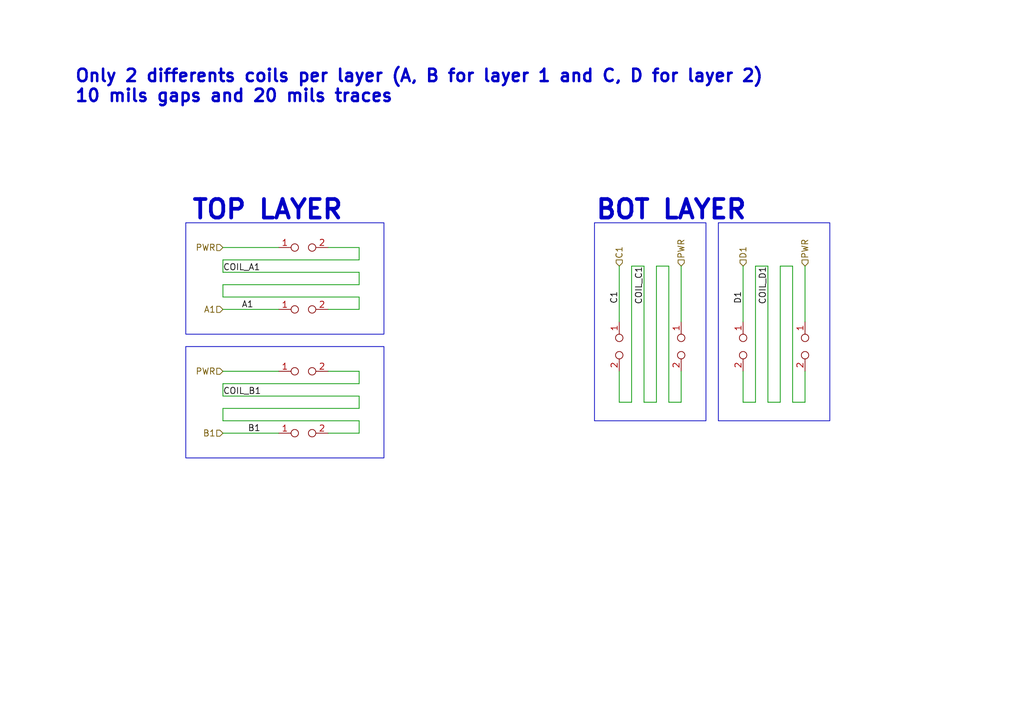
<source format=kicad_sch>
(kicad_sch (version 20231120) (generator "eeschema") (generator_version "8.0")
  (paper "A5")
  (title_block (title "Coil module 1") (date "2024-06-13") (rev "0.1") (comment 1 "Jonas Stirnemann"))
  (lib_symbols
    (symbol "Connector:TestPoint_2Pole" (pin_names (offset 0.762) hide)
      (property "Reference" "TP" (at 0 1.524 0))
      (property "Value" "TestPoint_2Pole" (at 0 -1.778 0))
      (symbol "TestPoint_2Pole_0_1"
        (circle (center -1.778 0) (radius 0.762))
        (circle (center 1.778 0) (radius 0.762))
        (pin passive line (at -5.08 0 0) (length 2.54) (name "1") (number "1"))
        (pin passive line (at 5.08 0 180) (length 2.54) (name "2") (number "2"))
      )
    )
  )
  (wire (pts (xy 45.72 86.36) (xy 45.72 83.82)))
  (wire (pts (xy 57.15 76.2) (xy 45.72 76.2)))
  (wire (pts (xy 127 76.2) (xy 127 82.55)))
  (wire (pts (xy 73.66 63.5) (xy 73.66 60.96)))
  (wire (pts (xy 132.08 82.55) (xy 134.62 82.55)))
  (wire (pts (xy 160.02 54.61) (xy 162.56 54.61)))
  (wire (pts (xy 129.54 82.55) (xy 129.54 54.61)))
  (wire (pts (xy 73.66 58.42) (xy 73.66 55.88)))
  (wire (pts (xy 134.62 54.61) (xy 137.16 54.61)))
  (wire (pts (xy 67.31 63.5) (xy 73.66 63.5)))
  (wire (pts (xy 129.54 54.61) (xy 132.08 54.61)))
  (wire (pts (xy 73.66 78.74) (xy 73.66 76.2)))
  (wire (pts (xy 73.66 53.34) (xy 73.66 50.8)))
  (wire (pts (xy 157.48 54.61) (xy 157.48 82.55)))
  (wire (pts (xy 137.16 54.61) (xy 137.16 82.55)))
  (wire (pts (xy 152.4 76.2) (xy 152.4 82.55)))
  (wire (pts (xy 67.31 88.9) (xy 73.66 88.9)))
  (wire (pts (xy 45.72 81.28) (xy 45.72 78.74)))
  (wire (pts (xy 152.4 82.55) (xy 154.94 82.55)))
  (wire (pts (xy 154.94 54.61) (xy 157.48 54.61)))
  (wire (pts (xy 162.56 54.61) (xy 162.56 82.55)))
  (wire (pts (xy 45.72 63.5) (xy 57.15 63.5)))
  (wire (pts (xy 160.02 82.55) (xy 160.02 54.61)))
  (wire (pts (xy 45.72 55.88) (xy 45.72 53.34)))
  (wire (pts (xy 73.66 88.9) (xy 73.66 86.36)))
  (wire (pts (xy 45.72 60.96) (xy 45.72 58.42)))
  (wire (pts (xy 73.66 83.82) (xy 73.66 81.28)))
  (wire (pts (xy 157.48 82.55) (xy 160.02 82.55)))
  (wire (pts (xy 73.66 76.2) (xy 67.31 76.2)))
  (wire (pts (xy 73.66 50.8) (xy 67.31 50.8)))
  (wire (pts (xy 139.7 82.55) (xy 139.7 76.2)))
  (wire (pts (xy 73.66 55.88) (xy 45.72 55.88)))
  (wire (pts (xy 45.72 53.34) (xy 73.66 53.34)))
  (wire (pts (xy 45.72 83.82) (xy 73.66 83.82)))
  (wire (pts (xy 73.66 81.28) (xy 45.72 81.28)))
  (wire (pts (xy 57.15 50.8) (xy 45.72 50.8)))
  (wire (pts (xy 127 54.61) (xy 127 66.04)))
  (wire (pts (xy 45.72 88.9) (xy 57.15 88.9)))
  (wire (pts (xy 127 82.55) (xy 129.54 82.55)))
  (wire (pts (xy 165.1 66.04) (xy 165.1 54.61)))
  (wire (pts (xy 73.66 60.96) (xy 45.72 60.96)))
  (wire (pts (xy 162.56 82.55) (xy 165.1 82.55)))
  (wire (pts (xy 132.08 54.61) (xy 132.08 82.55)))
  (wire (pts (xy 154.94 82.55) (xy 154.94 54.61)))
  (wire (pts (xy 134.62 82.55) (xy 134.62 54.61)))
  (wire (pts (xy 165.1 82.55) (xy 165.1 76.2)))
  (wire (pts (xy 137.16 82.55) (xy 139.7 82.55)))
  (wire (pts (xy 45.72 78.74) (xy 73.66 78.74)))
  (wire (pts (xy 152.4 54.61) (xy 152.4 66.04)))
  (wire (pts (xy 139.7 66.04) (xy 139.7 54.61)))
  (wire (pts (xy 45.72 58.42) (xy 73.66 58.42)))
  (wire (pts (xy 73.66 86.36) (xy 45.72 86.36)))
  (rectangle (start 147.32 45.72) (end 170.18 86.36))
  (rectangle (start 121.92 45.72) (end 144.78 86.36))
  (rectangle (start 38.1 71.12) (end 78.74 93.98))
  (rectangle (start 38.1 45.72) (end 78.74 68.58))
  (text "Only 2 differents coils per layer (A, B for layer 1 and C, D for layer 2)\n10 mils gaps and 20 mils traces" (at 15.24 17.78 0) (effects (font (size 2.54 2.54) (thickness 0.508) (bold yes)) (justify left)))
  (text "TOP LAYER" (at 39.116 43.18 0) (effects (font (size 3.81 3.81) (thickness 0.762) (bold yes)) (justify left)))
  (text "BOT LAYER" (at 121.92 43.18 0) (effects (font (size 3.81 3.81) (thickness 0.762) (bold yes)) (justify left)))
  (label "C1" (at 127 59.69 270))
  (label "COIL_D1" (at 157.48 54.61 270))
  (label "B1" (at 50.8 88.9 0))
  (label "COIL_B1" (at 45.72 81.28 0))
  (label "D1" (at 152.4 59.69 270))
  (label "COIL_A1" (at 45.72 55.88 0))
  (label "COIL_C1" (at 132.08 54.61 270))
  (label "A1" (at 49.53 63.5 0))
  (hierarchical_label "PWR" (shape input) (at 165.1 54.61 90))
  (hierarchical_label "C1" (shape input) (at 127 54.61 90))
  (hierarchical_label "A1" (shape input) (at 45.72 63.5 180))
  (hierarchical_label "PWR" (shape input) (at 139.7 54.61 90))
  (hierarchical_label "B1" (shape input) (at 45.72 88.9 180))
  (hierarchical_label "PWR" (shape input) (at 45.72 50.8 180))
  (hierarchical_label "D1" (shape input) (at 152.4 54.61 90))
  (hierarchical_label "PWR" (shape input) (at 45.72 76.2 180))
  (symbol (lib_id "Connector:TestPoint_2Pole") (at 62.23 76.2 0) (unit 1)
    (property "Reference" "TP2" (effects (hide yes)))
    (property "Value" "TestPoint_2Pole" (effects (hide yes)))
    (property "Footprint" "pads:pad_dual" (effects (hide yes)))
    (property "Description" "2-polar test point" (effects (hide yes)))
  )
  (symbol (lib_id "Connector:TestPoint_2Pole") (at 62.23 50.8 0) (unit 1)
    (property "Reference" "TP1" (effects (hide yes)))
    (property "Value" "TestPoint_2Pole" (effects (hide yes)))
    (property "Footprint" "pads:pad_dual" (effects (hide yes)))
    (property "Description" "2-polar test point" (effects (hide yes)))
  )
  (symbol (lib_id "Connector:TestPoint_2Pole") (at 139.7 71.12 270) (unit 1)
    (property "Reference" "TP3" (effects (hide yes)))
    (property "Value" "TestPoint_2Pole" (effects (hide yes)))
    (property "Footprint" "pads:pad_dual" (effects (hide yes)))
    (property "Description" "2-polar test point" (effects (hide yes)))
  )
  (symbol (lib_id "Connector:TestPoint_2Pole") (at 62.23 88.9 0) (unit 1)
    (property "Reference" "TP12" (effects (hide yes)))
    (property "Value" "TestPoint_2Pole" (effects (hide yes)))
    (property "Footprint" "pads:pad_dual" (effects (hide yes)))
    (property "Description" "2-polar test point" (effects (hide yes)))
  )
  (symbol (lib_id "Connector:TestPoint_2Pole") (at 127 71.12 270) (unit 1)
    (property "Reference" "TP4" (effects (hide yes)))
    (property "Value" "TestPoint_2Pole" (effects (hide yes)))
    (property "Footprint" "pads:pad_dual" (effects (hide yes)))
    (property "Description" "2-polar test point" (effects (hide yes)))
  )
  (symbol (lib_id "Connector:TestPoint_2Pole") (at 62.23 63.5 0) (unit 1)
    (property "Reference" "TP11" (effects (hide yes)))
    (property "Value" "TestPoint_2Pole" (effects (hide yes)))
    (property "Footprint" "pads:pad_dual" (effects (hide yes)))
    (property "Description" "2-polar test point" (effects (hide yes)))
  )
  (symbol (lib_id "Connector:TestPoint_2Pole") (at 152.4 71.12 270) (unit 1)
    (property "Reference" "TP13" (effects (hide yes)))
    (property "Value" "TestPoint_2Pole" (effects (hide yes)))
    (property "Footprint" "pads:pad_dual" (effects (hide yes)))
    (property "Description" "2-polar test point" (effects (hide yes)))
  )
  (symbol (lib_id "Connector:TestPoint_2Pole") (at 165.1 71.12 270) (unit 1)
    (property "Reference" "TP14" (effects (hide yes)))
    (property "Value" "TestPoint_2Pole" (effects (hide yes)))
    (property "Footprint" "pads:pad_dual" (effects (hide yes)))
    (property "Description" "2-polar test point" (effects (hide yes)))
  )
)
</source>
